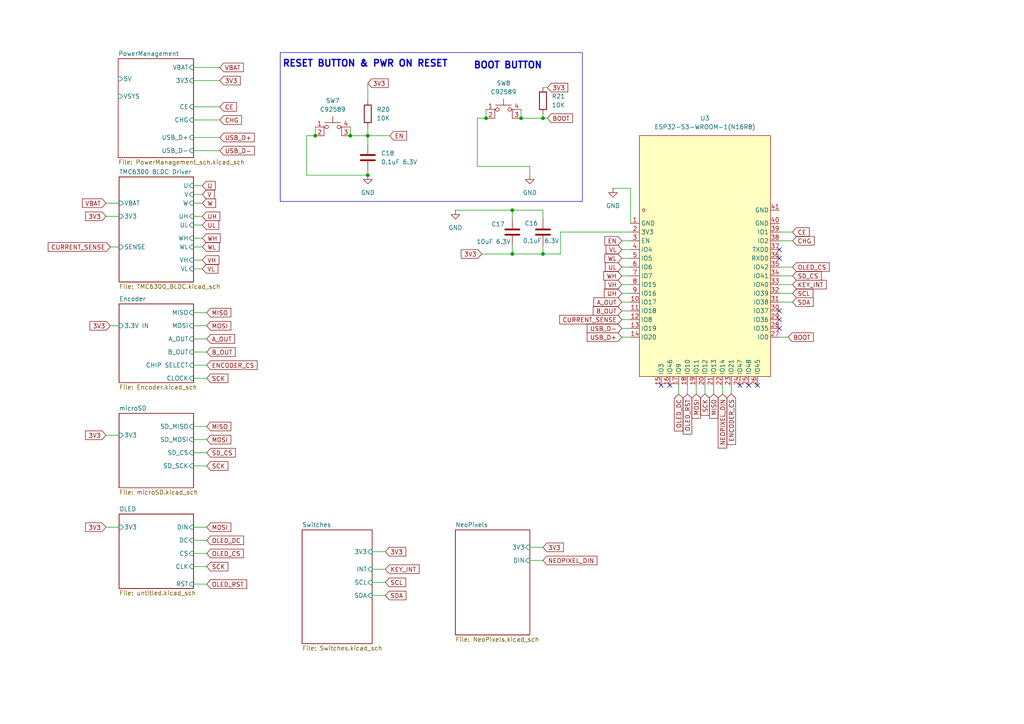
<source format=kicad_sch>
(kicad_sch (version 20250114) (generator "eeschema") (generator_version "9.0")
  (paper "A4")
  (title_block (title "detent One"))
  (lib_symbols
    (symbol "Device:C" (pin_numbers (hide yes)) (pin_names (offset 0.254))
      (property "Reference" "C" (at 0.635 2.54 0))
      (property "Value" "C" (at 0.635 -2.54 0))
      (symbol "C_0_1"
        (polyline (pts (xy -2.032 0.762) (xy 2.032 0.762)) (stroke (width 0.508)))
        (polyline (pts (xy -2.032 -0.762) (xy 2.032 -0.762)) (stroke (width 0.508)))
      )
      (symbol "C_1_1"
        (pin passive line (at 0 3.81 270) (length 2.794) (name "~") (number "1"))
        (pin passive line (at 0 -3.81 90) (length 2.794) (name "~") (number "2"))
      )
    )
    (symbol "Device:R" (pin_numbers (hide yes)) (pin_names (offset 0))
      (property "Reference" "R" (at 2.032 0 90))
      (property "Value" "R" (at 0 0 90))
      (symbol "R_0_1"
        (rectangle (start -1.016 -2.54) (end 1.016 2.54) (stroke (width 0.254)))
      )
      (symbol "R_1_1"
        (pin passive line (at 0 3.81 270) (length 1.27) (name "~") (number "1"))
        (pin passive line (at 0 -3.81 90) (length 1.27) (name "~") (number "2"))
      )
    )
    (symbol "Switch:SW_MEC_5E" (pin_names (offset 1.016) (hide yes))
      (property "Reference" "SW" (at 0.635 5.715 0))
      (property "Value" "SW_MEC_5E" (at 0 -3.175 0))
      (symbol "SW_MEC_5E_0_1"
        (polyline (pts (xy -2.54 0) (xy -2.54 2.54) (xy -2.286 2.54)))
        (polyline (pts (xy -2.286 3.81) (xy 2.286 3.81)))
        (circle (center -1.778 2.54) (radius 0.508))
        (polyline (pts (xy 0 3.81) (xy 0 5.588)))
        (circle (center 1.778 2.54) (radius 0.508))
        (polyline (pts (xy 2.54 0) (xy 2.54 2.54) (xy 2.286 2.54)))
        (pin passive line (at -5.08 2.54 0) (length 2.54) (name "1") (number "1"))
        (pin passive line (at -5.08 0 0) (length 2.54) (name "2") (number "2"))
        (pin passive line (at 5.08 2.54 180) (length 2.54) (name "A") (number "4"))
        (pin passive line (at 5.08 0 180) (length 2.54) (name "K") (number "3"))
      )
    )
    (symbol "easyeda2kicad:ESP32-S3-WROOM-1(N16R8)"
      (property "Reference" "U" (at 0 20.32 0))
      (property "Value" "ESP32-S3-WROOM-1(N16R8)" (at 0 -40.64 0))
      (symbol "ESP32-S3-WROOM-1(N16R8)_0_1"
        (rectangle (start -19.05 36.83) (end 19.05 -33.02) (fill (type background)))
        (circle (center -17.78 15.24) (radius 0.38))
        (pin unspecified line (at -21.59 11.43 0) (length 2.54) (name "GND") (number "1"))
        (pin unspecified line (at -21.59 8.89 0) (length 2.54) (name "3V3") (number "2"))
        (pin unspecified line (at -21.59 6.35 0) (length 2.54) (name "EN") (number "3"))
        (pin unspecified line (at -21.59 3.81 0) (length 2.54) (name "IO4") (number "4"))
        (pin unspecified line (at -21.59 1.27 0) (length 2.54) (name "IO5") (number "5"))
        (pin unspecified line (at -21.59 -1.27 0) (length 2.54) (name "IO6") (number "6"))
        (pin unspecified line (at -21.59 -3.81 0) (length 2.54) (name "IO7") (number "7"))
        (pin unspecified line (at -21.59 -6.35 0) (length 2.54) (name "IO15") (number "8"))
        (pin unspecified line (at -21.59 -8.89 0) (length 2.54) (name "IO16") (number "9"))
        (pin unspecified line (at -21.59 -11.43 0) (length 2.54) (name "IO17") (number "10"))
        (pin unspecified line (at -21.59 -13.97 0) (length 2.54) (name "IO18") (number "11"))
        (pin unspecified line (at -21.59 -16.51 0) (length 2.54) (name "IO8") (number "12"))
        (pin unspecified line (at -21.59 -19.05 0) (length 2.54) (name "IO19") (number "13"))
        (pin unspecified line (at -21.59 -21.59 0) (length 2.54) (name "IO20") (number "14"))
        (pin unspecified line (at -12.7 -35.56 90) (length 2.54) (name "IO3") (number "15"))
        (pin unspecified line (at -10.16 -35.56 90) (length 2.54) (name "IO46") (number "16"))
        (pin unspecified line (at -7.62 -35.56 90) (length 2.54) (name "IO9") (number "17"))
        (pin unspecified line (at -5.08 -35.56 90) (length 2.54) (name "IO10") (number "18"))
        (pin unspecified line (at -2.54 -35.56 90) (length 2.54) (name "IO11") (number "19"))
        (pin unspecified line (at 0 -35.56 90) (length 2.54) (name "IO12") (number "20"))
        (pin unspecified line (at 2.54 -35.56 90) (length 2.54) (name "IO13") (number "21"))
        (pin unspecified line (at 5.08 -35.56 90) (length 2.54) (name "IO14") (number "22"))
        (pin unspecified line (at 7.62 -35.56 90) (length 2.54) (name "IO21") (number "23"))
        (pin unspecified line (at 10.16 -35.56 90) (length 2.54) (name "IO47") (number "24"))
        (pin unspecified line (at 12.7 -35.56 90) (length 2.54) (name "IO48") (number "25"))
        (pin unspecified line (at 15.24 -35.56 90) (length 2.54) (name "IO45") (number "26"))
        (pin unspecified line (at 21.59 15.24 180) (length 2.54) (name "GND") (number "41"))
        (pin unspecified line (at 21.59 11.43 180) (length 2.54) (name "GND") (number "40"))
        (pin unspecified line (at 21.59 8.89 180) (length 2.54) (name "IO1") (number "39"))
        (pin unspecified line (at 21.59 6.35 180) (length 2.54) (name "IO2") (number "38"))
        (pin unspecified line (at 21.59 3.81 180) (length 2.54) (name "TXD0") (number "37"))
        (pin unspecified line (at 21.59 1.27 180) (length 2.54) (name "RXD0") (number "36"))
        (pin unspecified line (at 21.59 -1.27 180) (length 2.54) (name "IO42") (number "35"))
        (pin unspecified line (at 21.59 -3.81 180) (length 2.54) (name "IO41") (number "34"))
        (pin unspecified line (at 21.59 -6.35 180) (length 2.54) (name "IO40") (number "33"))
        (pin unspecified line (at 21.59 -8.89 180) (length 2.54) (name "IO39") (number "32"))
        (pin unspecified line (at 21.59 -11.43 180) (length 2.54) (name "IO38") (number "31"))
        (pin unspecified line (at 21.59 -13.97 180) (length 2.54) (name "IO37") (number "30"))
        (pin unspecified line (at 21.59 -16.51 180) (length 2.54) (name "IO36") (number "29"))
        (pin unspecified line (at 21.59 -19.05 180) (length 2.54) (name "IO35") (number "28"))
        (pin unspecified line (at 21.59 -21.59 180) (length 2.54) (name "IO0") (number "27"))
      )
    )
    (symbol "power:GND" (power) (pin_numbers (hide yes)) (pin_names (offset 0) (hide yes))
      (property "Value" "GND" (at 0 -3.81 0))
      (symbol "GND_0_1"
        (polyline (pts (xy 0 0) (xy 0 -1.27) (xy 1.27 -1.27) (xy 0 -2.54) (xy -1.27 -1.27) (xy 0 -1.27)))
      )
      (symbol "GND_1_1"
        (pin power_in line (at 0 0 270) (length 0) (name "~") (number "1"))
      )
    )
  )
  (rectangle (start 81.28 15.24) (end 168.91 58.42))
  (text "RESET BUTTON & PWR ON RESET" (at 105.918 18.542 0) (effects (font (size 1.905 1.905) (thickness 0.381) (bold yes))))
  (text "BOOT BUTTON" (at 147.32 19.05 0) (effects (font (size 1.905 1.905) (thickness 0.381) (bold yes))))
  (junction (at 91.44 39.37))
  (junction (at 151.13 34.29))
  (junction (at 157.48 73.66))
  (junction (at 148.59 73.66))
  (junction (at 157.48 34.29))
  (junction (at 140.97 34.29))
  (junction (at 101.6 39.37))
  (junction (at 106.68 50.8))
  (junction (at 106.68 39.37))
  (junction (at 148.59 60.96))
  (no_connect (at 226.06 92.71))
  (no_connect (at 226.06 90.17))
  (no_connect (at 226.06 72.39))
  (no_connect (at 214.63 111.76))
  (no_connect (at 219.71 111.76))
  (no_connect (at 226.06 95.25))
  (no_connect (at 194.31 111.76))
  (no_connect (at 226.06 74.93))
  (no_connect (at 191.77 111.76))
  (no_connect (at 217.17 111.76))
  (wire (pts (xy 196.85 111.76) (xy 196.85 114.3)))
  (wire (pts (xy 106.68 39.37) (xy 106.68 41.91)))
  (wire (pts (xy 56.134 53.848) (xy 58.674 53.848)))
  (wire (pts (xy 226.06 69.85) (xy 229.87 69.85)))
  (wire (pts (xy 56.134 164.338) (xy 59.944 164.338)))
  (wire (pts (xy 180.34 74.93) (xy 182.88 74.93)))
  (wire (pts (xy 56.134 98.298) (xy 59.944 98.298)))
  (wire (pts (xy 148.59 73.66) (xy 157.48 73.66)))
  (wire (pts (xy 201.93 111.76) (xy 201.93 114.3)))
  (wire (pts (xy 56.134 65.278) (xy 58.674 65.278)))
  (wire (pts (xy 56.134 160.528) (xy 59.944 160.528)))
  (wire (pts (xy 180.34 77.47) (xy 182.88 77.47)))
  (wire (pts (xy 199.39 111.76) (xy 199.39 114.3)))
  (wire (pts (xy 138.43 34.29) (xy 138.43 48.26)))
  (wire (pts (xy 180.34 90.17) (xy 182.88 90.17)))
  (wire (pts (xy 177.8 54.61) (xy 182.88 54.61)))
  (wire (pts (xy 56.134 127.508) (xy 59.944 127.508)))
  (wire (pts (xy 148.59 60.96) (xy 148.59 63.5)))
  (wire (pts (xy 56.134 75.438) (xy 58.674 75.438)))
  (wire (pts (xy 226.06 77.47) (xy 229.87 77.47)))
  (wire (pts (xy 56.134 102.108) (xy 59.944 102.108)))
  (wire (pts (xy 56.134 90.678) (xy 59.944 90.678)))
  (wire (pts (xy 56.134 30.988) (xy 63.754 30.988)))
  (wire (pts (xy 180.34 85.09) (xy 182.88 85.09)))
  (wire (pts (xy 153.67 158.75) (xy 157.48 158.75)))
  (wire (pts (xy 180.34 82.55) (xy 182.88 82.55)))
  (wire (pts (xy 106.68 36.83) (xy 106.68 39.37)))
  (wire (pts (xy 91.44 36.83) (xy 91.44 39.37)))
  (wire (pts (xy 56.134 34.798) (xy 63.754 34.798)))
  (wire (pts (xy 204.47 111.76) (xy 204.47 114.3)))
  (wire (pts (xy 56.134 169.418) (xy 59.944 169.418)))
  (wire (pts (xy 139.7 73.66) (xy 148.59 73.66)))
  (wire (pts (xy 106.68 49.53) (xy 106.68 50.8)))
  (wire (pts (xy 162.56 67.31) (xy 182.88 67.31)))
  (wire (pts (xy 157.48 71.12) (xy 157.48 73.66)))
  (wire (pts (xy 140.97 34.29) (xy 138.43 34.29)))
  (wire (pts (xy 88.9 50.8) (xy 106.68 50.8)))
  (wire (pts (xy 56.134 156.718) (xy 59.944 156.718)))
  (wire (pts (xy 157.48 63.5) (xy 157.48 60.96)))
  (wire (pts (xy 56.134 123.698) (xy 59.944 123.698)))
  (wire (pts (xy 157.48 25.4) (xy 158.75 25.4)))
  (wire (pts (xy 153.67 162.56) (xy 157.48 162.56)))
  (wire (pts (xy 226.06 67.31) (xy 229.87 67.31)))
  (wire (pts (xy 226.06 87.63) (xy 229.87 87.63)))
  (wire (pts (xy 56.134 58.928) (xy 58.674 58.928)))
  (wire (pts (xy 180.34 69.85) (xy 182.88 69.85)))
  (wire (pts (xy 32.004 94.488) (xy 34.544 94.488)))
  (wire (pts (xy 30.734 126.238) (xy 34.544 126.238)))
  (wire (pts (xy 157.48 34.29) (xy 158.75 34.29)))
  (wire (pts (xy 56.134 71.628) (xy 58.674 71.628)))
  (wire (pts (xy 132.08 60.96) (xy 148.59 60.96)))
  (wire (pts (xy 56.134 19.558) (xy 63.754 19.558)))
  (wire (pts (xy 180.34 80.01) (xy 182.88 80.01)))
  (wire (pts (xy 162.56 73.66) (xy 162.56 67.31)))
  (wire (pts (xy 180.34 87.63) (xy 182.88 87.63)))
  (wire (pts (xy 180.34 92.71) (xy 182.88 92.71)))
  (wire (pts (xy 226.06 97.79) (xy 228.6 97.79)))
  (wire (pts (xy 180.34 95.25) (xy 182.88 95.25)))
  (wire (pts (xy 91.44 39.37) (xy 88.9 39.37)))
  (wire (pts (xy 107.95 172.72) (xy 111.76 172.72)))
  (wire (pts (xy 56.134 39.878) (xy 63.754 39.878)))
  (wire (pts (xy 56.134 109.728) (xy 59.944 109.728)))
  (wire (pts (xy 56.134 131.318) (xy 59.944 131.318)))
  (wire (pts (xy 88.9 39.37) (xy 88.9 50.8)))
  (wire (pts (xy 56.134 94.488) (xy 59.944 94.488)))
  (wire (pts (xy 56.134 152.908) (xy 59.944 152.908)))
  (wire (pts (xy 107.95 160.02) (xy 111.76 160.02)))
  (wire (pts (xy 207.01 111.76) (xy 207.01 114.3)))
  (wire (pts (xy 180.34 97.79) (xy 182.88 97.79)))
  (wire (pts (xy 56.134 105.918) (xy 59.944 105.918)))
  (wire (pts (xy 56.134 62.738) (xy 58.674 62.738)))
  (wire (pts (xy 32.004 71.628) (xy 34.544 71.628)))
  (wire (pts (xy 180.34 72.39) (xy 182.88 72.39)))
  (wire (pts (xy 226.06 80.01) (xy 229.87 80.01)))
  (wire (pts (xy 56.134 77.978) (xy 58.674 77.978)))
  (wire (pts (xy 30.734 58.928) (xy 34.544 58.928)))
  (wire (pts (xy 226.06 82.55) (xy 229.87 82.55)))
  (wire (pts (xy 153.67 48.26) (xy 153.67 50.8)))
  (wire (pts (xy 212.09 111.76) (xy 212.09 114.3)))
  (wire (pts (xy 148.59 71.12) (xy 148.59 73.66)))
  (wire (pts (xy 157.48 33.02) (xy 157.48 34.29)))
  (wire (pts (xy 101.6 39.37) (xy 106.68 39.37)))
  (wire (pts (xy 148.59 60.96) (xy 157.48 60.96)))
  (wire (pts (xy 107.95 165.1) (xy 111.76 165.1)))
  (wire (pts (xy 209.55 111.76) (xy 209.55 114.3)))
  (wire (pts (xy 140.97 31.75) (xy 140.97 34.29)))
  (wire (pts (xy 107.95 168.91) (xy 111.76 168.91)))
  (wire (pts (xy 151.13 31.75) (xy 151.13 34.29)))
  (wire (pts (xy 226.06 85.09) (xy 229.87 85.09)))
  (wire (pts (xy 106.68 39.37) (xy 113.03 39.37)))
  (wire (pts (xy 30.734 152.908) (xy 34.544 152.908)))
  (wire (pts (xy 151.13 34.29) (xy 157.48 34.29)))
  (wire (pts (xy 56.134 23.368) (xy 63.754 23.368)))
  (wire (pts (xy 56.134 69.088) (xy 58.674 69.088)))
  (wire (pts (xy 157.48 73.66) (xy 162.56 73.66)))
  (wire (pts (xy 138.43 48.26) (xy 153.67 48.26)))
  (wire (pts (xy 106.68 24.13) (xy 106.68 29.21)))
  (wire (pts (xy 56.134 43.688) (xy 63.754 43.688)))
  (wire (pts (xy 56.134 56.388) (xy 58.674 56.388)))
  (wire (pts (xy 30.734 62.738) (xy 34.544 62.738)))
  (wire (pts (xy 56.134 135.128) (xy 59.944 135.128)))
  (wire (pts (xy 101.6 36.83) (xy 101.6 39.37)))
  (wire (pts (xy 182.88 54.61) (xy 182.88 64.77)))
  (global_label "W" (shape input) (at 58.674 58.928 0) (property "Intersheetrefs" "${INTERSHEET_REFS}" (effects (hide yes))))
  (global_label "USB_D-" (shape input) (at 180.34 95.25 180) (property "Intersheetrefs" "${INTERSHEET_REFS}" (effects (hide yes))))
  (global_label "CE" (shape input) (at 229.87 67.31 0) (property "Intersheetrefs" "${INTERSHEET_REFS}" (effects (hide yes))))
  (global_label "B_OUT" (shape input) (at 180.34 90.17 180) (property "Intersheetrefs" "${INTERSHEET_REFS}" (effects (hide yes))))
  (global_label "UH" (shape input) (at 58.674 62.738 0) (property "Intersheetrefs" "${INTERSHEET_REFS}" (effects (hide yes))))
  (global_label "KEY_INT" (shape input) (at 111.76 165.1 0) (property "Intersheetrefs" "${INTERSHEET_REFS}" (effects (hide yes))))
  (global_label "ENCODER_CS" (shape input) (at 212.09 114.3 270) (property "Intersheetrefs" "${INTERSHEET_REFS}" (effects (hide yes))))
  (global_label "SCK" (shape input) (at 59.944 109.728 0) (property "Intersheetrefs" "${INTERSHEET_REFS}" (effects (hide yes))))
  (global_label "OLED_CS" (shape input) (at 229.87 77.47 0) (property "Intersheetrefs" "${INTERSHEET_REFS}" (effects (hide yes))))
  (global_label "SCK" (shape input) (at 59.944 164.338 0) (property "Intersheetrefs" "${INTERSHEET_REFS}" (effects (hide yes))))
  (global_label "UL" (shape input) (at 180.34 77.47 180) (property "Intersheetrefs" "${INTERSHEET_REFS}" (effects (hide yes))))
  (global_label "VBAT" (shape input) (at 30.734 58.928 180) (property "Intersheetrefs" "${INTERSHEET_REFS}" (effects (hide yes))))
  (global_label "USB_D+" (shape input) (at 63.754 39.878 0) (property "Intersheetrefs" "${INTERSHEET_REFS}" (effects (hide yes))))
  (global_label "3V3" (shape input) (at 106.68 24.13 0) (property "Intersheetrefs" "${INTERSHEET_REFS}" (effects (hide yes))))
  (global_label "SDA" (shape input) (at 229.87 87.63 0) (property "Intersheetrefs" "${INTERSHEET_REFS}" (effects (hide yes))))
  (global_label "USB_D+" (shape input) (at 180.34 97.79 180) (property "Intersheetrefs" "${INTERSHEET_REFS}" (effects (hide yes))))
  (global_label "SDA" (shape input) (at 111.76 172.72 0) (property "Intersheetrefs" "${INTERSHEET_REFS}" (effects (hide yes))))
  (global_label "WL" (shape input) (at 58.674 71.628 0) (property "Intersheetrefs" "${INTERSHEET_REFS}" (effects (hide yes))))
  (global_label "A_OUT" (shape input) (at 180.34 87.63 180) (property "Intersheetrefs" "${INTERSHEET_REFS}" (effects (hide yes))))
  (global_label "MOSI" (shape input) (at 201.93 114.3 270) (property "Intersheetrefs" "${INTERSHEET_REFS}" (effects (hide yes))))
  (global_label "MISO" (shape input) (at 59.944 123.698 0) (property "Intersheetrefs" "${INTERSHEET_REFS}" (effects (hide yes))))
  (global_label "CURRENT_SENSE" (shape input) (at 32.004 71.628 180) (property "Intersheetrefs" "${INTERSHEET_REFS}" (effects (hide yes))))
  (global_label "SCL" (shape input) (at 111.76 168.91 0) (property "Intersheetrefs" "${INTERSHEET_REFS}" (effects (hide yes))))
  (global_label "VH" (shape input) (at 58.674 75.438 0) (property "Intersheetrefs" "${INTERSHEET_REFS}" (effects (hide yes))))
  (global_label "UH" (shape input) (at 180.34 85.09 180) (property "Intersheetrefs" "${INTERSHEET_REFS}" (effects (hide yes))))
  (global_label "SCK" (shape input) (at 204.47 114.3 270) (property "Intersheetrefs" "${INTERSHEET_REFS}" (effects (hide yes))))
  (global_label "3V3" (shape input) (at 111.76 160.02 0) (property "Intersheetrefs" "${INTERSHEET_REFS}" (effects (hide yes))))
  (global_label "V" (shape input) (at 58.674 56.388 0) (property "Intersheetrefs" "${INTERSHEET_REFS}" (effects (hide yes))))
  (global_label "UL" (shape input) (at 58.674 65.278 0) (property "Intersheetrefs" "${INTERSHEET_REFS}" (effects (hide yes))))
  (global_label "3V3" (shape input) (at 30.734 152.908 180) (property "Intersheetrefs" "${INTERSHEET_REFS}" (effects (hide yes))))
  (global_label "MOSI" (shape input) (at 59.944 152.908 0) (property "Intersheetrefs" "${INTERSHEET_REFS}" (effects (hide yes))))
  (global_label "WL" (shape input) (at 180.34 74.93 180) (property "Intersheetrefs" "${INTERSHEET_REFS}" (effects (hide yes))))
  (global_label "B_OUT" (shape input) (at 59.944 102.108 0) (property "Intersheetrefs" "${INTERSHEET_REFS}" (effects (hide yes))))
  (global_label "WH" (shape input) (at 58.674 69.088 0) (property "Intersheetrefs" "${INTERSHEET_REFS}" (effects (hide yes))))
  (global_label "NEOPIXEL_DIN" (shape input) (at 157.48 162.56 0) (property "Intersheetrefs" "${INTERSHEET_REFS}" (effects (hide yes))))
  (global_label "MOSI" (shape input) (at 59.944 94.488 0) (property "Intersheetrefs" "${INTERSHEET_REFS}" (effects (hide yes))))
  (global_label "OLED_RST" (shape input) (at 59.944 169.418 0) (property "Intersheetrefs" "${INTERSHEET_REFS}" (effects (hide yes))))
  (global_label "SD_CS" (shape input) (at 229.87 80.01 0) (property "Intersheetrefs" "${INTERSHEET_REFS}" (effects (hide yes))))
  (global_label "CHG" (shape input) (at 229.87 69.85 0) (property "Intersheetrefs" "${INTERSHEET_REFS}" (effects (hide yes))))
  (global_label "3V3" (shape input) (at 30.734 126.238 180) (property "Intersheetrefs" "${INTERSHEET_REFS}" (effects (hide yes))))
  (global_label "NEOPIXEL_DIN" (shape input) (at 209.55 114.3 270) (property "Intersheetrefs" "${INTERSHEET_REFS}" (effects (hide yes))))
  (global_label "ENCODER_CS" (shape input) (at 59.944 105.918 0) (property "Intersheetrefs" "${INTERSHEET_REFS}" (effects (hide yes))))
  (global_label "CHG" (shape input) (at 63.754 34.798 0) (property "Intersheetrefs" "${INTERSHEET_REFS}" (effects (hide yes))))
  (global_label "3V3" (shape input) (at 32.004 94.488 180) (property "Intersheetrefs" "${INTERSHEET_REFS}" (effects (hide yes))))
  (global_label "OLED_DC" (shape input) (at 59.944 156.718 0) (property "Intersheetrefs" "${INTERSHEET_REFS}" (effects (hide yes))))
  (global_label "3V3" (shape input) (at 139.7 73.66 180) (property "Intersheetrefs" "${INTERSHEET_REFS}" (effects (hide yes))))
  (global_label "3V3" (shape input) (at 158.75 25.4 0) (property "Intersheetrefs" "${INTERSHEET_REFS}" (effects (hide yes))))
  (global_label "BOOT" (shape input) (at 158.75 34.29 0) (property "Intersheetrefs" "${INTERSHEET_REFS}" (effects (hide yes))))
  (global_label "SD_CS" (shape input) (at 59.944 131.318 0) (property "Intersheetrefs" "${INTERSHEET_REFS}" (effects (hide yes))))
  (global_label "A_OUT" (shape input) (at 59.944 98.298 0) (property "Intersheetrefs" "${INTERSHEET_REFS}" (effects (hide yes))))
  (global_label "3V3" (shape input) (at 30.734 62.738 180) (property "Intersheetrefs" "${INTERSHEET_REFS}" (effects (hide yes))))
  (global_label "3V3" (shape input) (at 63.754 23.368 0) (property "Intersheetrefs" "${INTERSHEET_REFS}" (effects (hide yes))))
  (global_label "SCL" (shape input) (at 229.87 85.09 0) (property "Intersheetrefs" "${INTERSHEET_REFS}" (effects (hide yes))))
  (global_label "BOOT" (shape input) (at 228.6 97.79 0) (property "Intersheetrefs" "${INTERSHEET_REFS}" (effects (hide yes))))
  (global_label "VH" (shape input) (at 180.34 82.55 180) (property "Intersheetrefs" "${INTERSHEET_REFS}" (effects (hide yes))))
  (global_label "CURRENT_SENSE" (shape input) (at 180.34 92.71 180) (property "Intersheetrefs" "${INTERSHEET_REFS}" (effects (hide yes))))
  (global_label "KEY_INT" (shape input) (at 229.87 82.55 0) (property "Intersheetrefs" "${INTERSHEET_REFS}" (effects (hide yes))))
  (global_label "MISO" (shape input) (at 59.944 90.678 0) (property "Intersheetrefs" "${INTERSHEET_REFS}" (effects (hide yes))))
  (global_label "OLED_RST" (shape input) (at 199.39 114.3 270) (property "Intersheetrefs" "${INTERSHEET_REFS}" (effects (hide yes))))
  (global_label "3V3" (shape input) (at 157.48 158.75 0) (property "Intersheetrefs" "${INTERSHEET_REFS}" (effects (hide yes))))
  (global_label "U" (shape input) (at 58.674 53.848 0) (property "Intersheetrefs" "${INTERSHEET_REFS}" (effects (hide yes))))
  (global_label "MISO" (shape input) (at 207.01 114.3 270) (property "Intersheetrefs" "${INTERSHEET_REFS}" (effects (hide yes))))
  (global_label "VL" (shape input) (at 180.34 72.39 180) (property "Intersheetrefs" "${INTERSHEET_REFS}" (effects (hide yes))))
  (global_label "WH" (shape input) (at 180.34 80.01 180) (property "Intersheetrefs" "${INTERSHEET_REFS}" (effects (hide yes))))
  (global_label "MOSI" (shape input) (at 59.944 127.508 0) (property "Intersheetrefs" "${INTERSHEET_REFS}" (effects (hide yes))))
  (global_label "EN" (shape input) (at 180.34 69.85 180) (property "Intersheetrefs" "${INTERSHEET_REFS}" (effects (hide yes))))
  (global_label "VL" (shape input) (at 58.674 77.978 0) (property "Intersheetrefs" "${INTERSHEET_REFS}" (effects (hide yes))))
  (global_label "USB_D-" (shape input) (at 63.754 43.688 0) (property "Intersheetrefs" "${INTERSHEET_REFS}" (effects (hide yes))))
  (global_label "VBAT" (shape input) (at 63.754 19.558 0) (property "Intersheetrefs" "${INTERSHEET_REFS}" (effects (hide yes))))
  (global_label "OLED_CS" (shape input) (at 59.944 160.528 0) (property "Intersheetrefs" "${INTERSHEET_REFS}" (effects (hide yes))))
  (global_label "EN" (shape input) (at 113.03 39.37 0) (property "Intersheetrefs" "${INTERSHEET_REFS}" (effects (hide yes))))
  (global_label "CE" (shape input) (at 63.754 30.988 0) (property "Intersheetrefs" "${INTERSHEET_REFS}" (effects (hide yes))))
  (global_label "SCK" (shape input) (at 59.944 135.128 0) (property "Intersheetrefs" "${INTERSHEET_REFS}" (effects (hide yes))))
  (global_label "OLED_DC" (shape input) (at 196.85 114.3 270) (property "Intersheetrefs" "${INTERSHEET_REFS}" (effects (hide yes))))
  (symbol (lib_id "power:GND") (at 177.8 54.61 0) (unit 1)
    (property "Reference" "#PWR035" (effects (hide yes)))
    (property "Value" "GND" (at 177.8 59.69 0))
    (property "Description" "Power symbol creates a global label with name \"GND\" , ground" (effects (hide yes)))
  )
  (symbol (lib_id "Device:C") (at 157.48 67.31 0) (unit 1)
    (property "Reference" "C16" (at 152.146 64.77 0) (effects (justify left)))
    (property "Value" "0.1uF 6.3V" (at 151.638 69.85 0) (effects (justify left)))
    (property "Footprint" "Capacitor_SMD:C_0603_1608Metric_Pad1.08x0.95mm_HandSolder" (effects (hide yes)))
    (property "Description" "Unpolarized capacitor" (effects (hide yes)))
  )
  (symbol (lib_id "power:GND") (at 153.67 50.8 0) (unit 1)
    (property "Reference" "#PWR034" (effects (hide yes)))
    (property "Value" "GND" (at 153.67 55.88 0))
    (property "Description" "Power symbol creates a global label with name \"GND\" , ground" (effects (hide yes)))
  )
  (symbol (lib_id "Device:R") (at 157.48 29.21 180) (unit 1)
    (property "Reference" "R21" (at 160.02 27.9399 0) (effects (justify right)))
    (property "Value" "10K" (at 160.02 30.4799 0) (effects (justify right)))
    (property "Footprint" "Resistor_SMD:R_0603_1608Metric_Pad0.98x0.95mm_HandSolder" (effects (hide yes)))
    (property "Description" "Resistor" (effects (hide yes)))
  )
  (symbol (lib_id "Device:C") (at 106.68 45.72 0) (unit 1)
    (property "Reference" "C18" (at 110.49 44.4499 0) (effects (justify left)))
    (property "Value" "0.1uF 6.3V" (at 110.49 46.9899 0) (effects (justify left)))
    (property "Footprint" "Capacitor_SMD:C_0603_1608Metric_Pad1.08x0.95mm_HandSolder" (effects (hide yes)))
    (property "Description" "Unpolarized capacitor" (effects (hide yes)))
  )
  (symbol (lib_id "Switch:SW_MEC_5E") (at 146.05 34.29 0) (unit 1)
    (property "Reference" "SW8" (at 146.05 24.13 0))
    (property "Value" "C92589" (at 146.05 26.67 0))
    (property "Footprint" "easyeda2kicad:KEY-SMD_4P-L4.2-W3.2-P2.20-LS5.1-TL" (effects (hide yes)))
  )
  (symbol (lib_id "Switch:SW_MEC_5E") (at 96.52 39.37 0) (unit 1)
    (property "Reference" "SW7" (at 96.52 29.21 0))
    (property "Value" "C92589" (at 96.52 31.75 0))
    (property "Footprint" "easyeda2kicad:KEY-SMD_4P-L4.2-W3.2-P2.20-LS5.1-TL" (effects (hide yes)))
  )
  (symbol (lib_id "Device:C") (at 148.59 67.31 0) (unit 1)
    (property "Reference" "C17" (at 142.494 65.024 0) (effects (justify left)))
    (property "Value" "10uF 6.3V" (at 138.176 70.104 0) (effects (justify left)))
    (property "Footprint" "Capacitor_SMD:C_0603_1608Metric_Pad1.08x0.95mm_HandSolder" (effects (hide yes)))
    (property "Description" "Unpolarized capacitor" (effects (hide yes)))
  )
  (symbol (lib_id "power:GND") (at 106.68 50.8 0) (unit 1)
    (property "Reference" "#PWR033" (effects (hide yes)))
    (property "Value" "GND" (at 106.68 55.88 0))
    (property "Description" "Power symbol creates a global label with name \"GND\" , ground" (effects (hide yes)))
  )
  (symbol (lib_id "Device:R") (at 106.68 33.02 0) (unit 1)
    (property "Reference" "R20" (at 109.22 31.7499 0) (effects (justify left)))
    (property "Value" "10K" (at 109.22 34.2899 0) (effects (justify left)))
    (property "Footprint" "Resistor_SMD:R_0603_1608Metric_Pad0.98x0.95mm_HandSolder" (effects (hide yes)))
    (property "Description" "Resistor" (effects (hide yes)))
  )
  (symbol (lib_id "power:GND") (at 132.08 60.96 0) (unit 1)
    (property "Reference" "#PWR036" (effects (hide yes)))
    (property "Value" "GND" (at 132.08 66.04 0))
    (property "Description" "Power symbol creates a global label with name \"GND\" , ground" (effects (hide yes)))
  )
  (symbol (lib_id "easyeda2kicad:ESP32-S3-WROOM-1(N16R8)") (at 204.47 76.2 0) (unit 1)
    (property "Reference" "U3" (at 204.47 34.29 0))
    (property "Value" "ESP32-S3-WROOM-1(N16R8)" (at 204.47 36.83 0))
    (property "Footprint" "easyeda2kicad:WIRELM-SMD_ESP32-S3-WROOM-1" (effects (hide yes)))
    (property "LCSC Part" "C2913202" (effects (hide yes)))
  )
  (sheet (at 87.63 153.67) (size 20.32 33.02) (stroke (width 0.1524))
    (property "Sheetname" "Switches" (at 87.63 152.9584 0) (effects (justify left bottom)))
    (property "Sheetfile" "Switches.kicad_sch" (at 87.63 187.2746 0) (effects (justify left top)))
    (pin "3V3" input (at 107.95 160.02 0))
    (pin "INT" input (at 107.95 165.1 0))
    (pin "SCL" input (at 107.95 168.91 0))
    (pin "SDA" input (at 107.95 172.72 0))
  )
  (sheet (at 34.544 149.098) (size 21.59 21.59) (stroke (width 0.1524))
    (property "Sheetname" "OLED" (at 34.544 148.3864 0) (effects (justify left bottom)))
    (property "Sheetfile" "untitled.kicad_sch" (at 34.544 171.2726 0) (effects (justify left top)))
    (pin "3V3" input (at 34.544 152.908 180))
    (pin "CLK" input (at 56.134 164.338 0))
    (pin "CS" input (at 56.134 160.528 0))
    (pin "DC" input (at 56.134 156.718 0))
    (pin "DIN" input (at 56.134 152.908 0))
    (pin "RST" input (at 56.134 169.418 0))
  )
  (sheet (at 34.29 17.018) (size 21.844 28.702) (stroke (width 0.1524))
    (property "Sheetname" "PowerManagement" (at 34.29 16.3064 0) (effects (justify left bottom)))
    (property "Sheetfile" "PowerManagement_sch.kicad_sch" (at 34.29 46.3046 0) (effects (justify left top)))
    (pin "3V3" input (at 56.134 23.368 0))
    (pin "5V" input (at 34.29 22.86 180))
    (pin "CE" input (at 56.134 30.988 0))
    (pin "CHG" input (at 56.134 34.798 0))
    (pin "USB_D+" input (at 56.134 39.878 0))
    (pin "USB_D-" input (at 56.134 43.688 0))
    (pin "VBAT" input (at 56.134 19.558 0))
    (pin "VSYS" input (at 34.29 27.94 180))
  )
  (sheet (at 132.08 153.67) (size 21.59 30.48) (stroke (width 0.1524))
    (property "Sheetname" "NeoPixels" (at 132.08 152.9584 0) (effects (justify left bottom)))
    (property "Sheetfile" "NeoPixels.kicad_sch" (at 132.08 184.7346 0) (effects (justify left top)))
    (pin "3V3" input (at 153.67 158.75 0))
    (pin "DIN" input (at 153.67 162.56 0))
  )
  (sheet (at 34.544 88.138) (size 21.59 22.86) (stroke (width 0.1524))
    (property "Sheetname" "Encoder" (at 34.544 87.4264 0) (effects (justify left bottom)))
    (property "Sheetfile" "Encoder.kicad_sch" (at 34.544 111.5826 0) (effects (justify left top)))
    (pin "3.3V IN" input (at 34.544 94.488 180))
    (pin "A_OUT" input (at 56.134 98.298 0))
    (pin "B_OUT" input (at 56.134 102.108 0))
    (pin "CHIP SELECT" input (at 56.134 105.918 0))
    (pin "CLOCK" input (at 56.134 109.728 0))
    (pin "MISO" input (at 56.134 90.678 0))
    (pin "MOSI" input (at 56.134 94.488 0))
  )
  (sheet (at 34.544 119.888) (size 21.59 21.59) (stroke (width 0.1524))
    (property "Sheetname" "microSD" (at 34.544 119.1764 0) (effects (justify left bottom)))
    (property "Sheetfile" "microSD.kicad_sch" (at 34.544 142.0626 0) (effects (justify left top)))
    (pin "3V3" input (at 34.544 126.238 180))
    (pin "SD_CS" input (at 56.134 131.318 0))
    (pin "SD_MISO" input (at 56.134 123.698 0))
    (pin "SD_MOSI" input (at 56.134 127.508 0))
    (pin "SD_SCK" input (at 56.134 135.128 0))
  )
  (sheet (at 34.544 51.308) (size 21.59 30.48) (stroke (width 0.1524))
    (property "Sheetname" "TMC6300 BLDC Driver" (at 34.544 50.5964 0) (effects (justify left bottom)))
    (property "Sheetfile" "TMC6300_BLDC.kicad_sch" (at 34.544 82.3726 0) (effects (justify left top)))
    (pin "SENSE" input (at 34.544 71.628 180))
    (pin "U" input (at 56.134 53.848 0))
    (pin "UH" input (at 56.134 62.738 0))
    (pin "UL" input (at 56.134 65.278 0))
    (pin "V" input (at 56.134 56.388 0))
    (pin "VBAT" input (at 34.544 58.928 180))
    (pin "VH" input (at 56.134 75.438 0))
    (pin "VL" input (at 56.134 77.978 0))
    (pin "W" input (at 56.134 58.928 0))
    (pin "WH" input (at 56.134 69.088 0))
    (pin "WL" input (at 56.134 71.628 0))
    (pin "3V3" input (at 34.544 62.738 180))
  )
)
</source>
